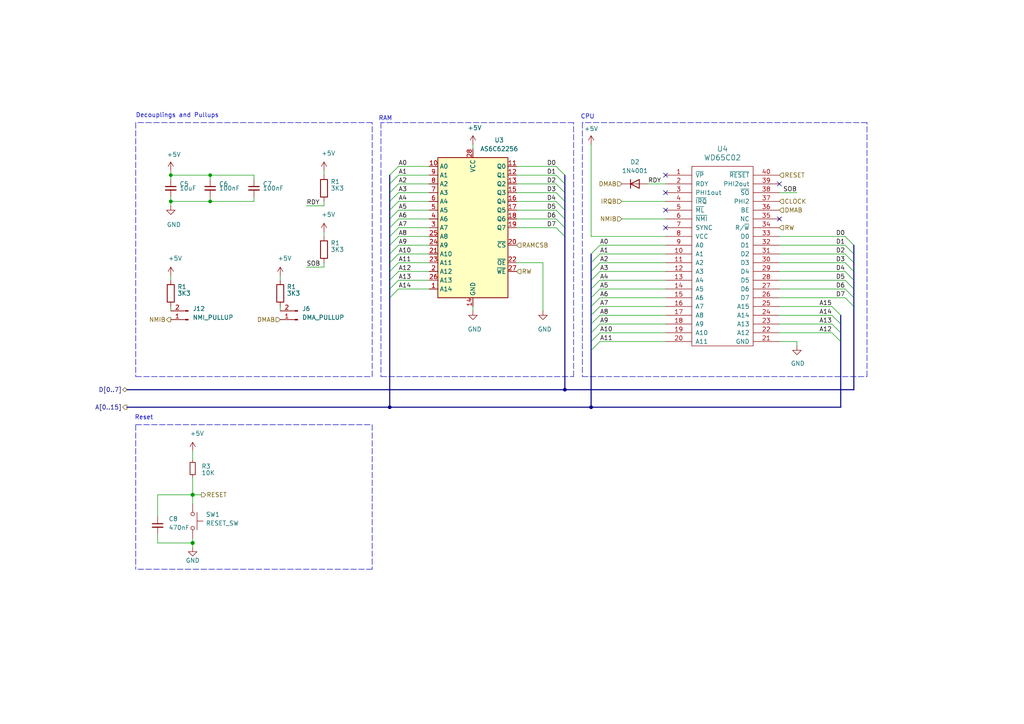
<source format=kicad_sch>
(kicad_sch (version 20230121) (generator eeschema)
  (paper "A4")
  (title_block (title "Miniish") (date "2023-05-19") (rev "v1.3") (company "Romuald Rousseau"))
  (lib_symbols
    (symbol "65xx:WD65C02" (pin_names (offset 1.016))
      (property "Reference" "U" (at 0 -29.21 0))
      (property "Value" "WD65C02" (at 0 -2.54 90))
      (symbol "WD65C02_0_1"
        (rectangle (start -8.89 25.4) (end 8.89 -26.67))
      )
      (symbol "WD65C02_1_1"
        (pin output line (at -16.51 22.86 0) (length 7.62) (name "~{VP}") (number "1"))
        (pin output line (at -16.51 0 0) (length 7.62) (name "A1") (number "10"))
        (pin output line (at -16.51 -2.54 0) (length 7.62) (name "A2") (number "11"))
        (pin output line (at -16.51 -5.08 0) (length 7.62) (name "A3") (number "12"))
        (pin output line (at -16.51 -7.62 0) (length 7.62) (name "A4") (number "13"))
        (pin output line (at -16.51 -10.16 0) (length 7.62) (name "A5") (number "14"))
        (pin output line (at -16.51 -12.7 0) (length 7.62) (name "A6") (number "15"))
        (pin output line (at -16.51 -15.24 0) (length 7.62) (name "A7") (number "16"))
        (pin output line (at -16.51 -17.78 0) (length 7.62) (name "A8") (number "17"))
        (pin output line (at -16.51 -20.32 0) (length 7.62) (name "A9") (number "18"))
        (pin output line (at -16.51 -22.86 0) (length 7.62) (name "A10") (number "19"))
        (pin bidirectional line (at -16.51 20.32 0) (length 7.62) (name "RDY") (number "2"))
        (pin output line (at -16.51 -25.4 0) (length 7.62) (name "A11") (number "20"))
        (pin power_in line (at 16.51 -25.4 180) (length 7.62) (name "GND") (number "21"))
        (pin output line (at 16.51 -22.86 180) (length 7.62) (name "A12") (number "22"))
        (pin output line (at 16.51 -20.32 180) (length 7.62) (name "A13") (number "23"))
        (pin output line (at 16.51 -17.78 180) (length 7.62) (name "A14") (number "24"))
        (pin output line (at 16.51 -15.24 180) (length 7.62) (name "A15") (number "25"))
        (pin tri_state line (at 16.51 -12.7 180) (length 7.62) (name "D7") (number "26"))
        (pin tri_state line (at 16.51 -10.16 180) (length 7.62) (name "D6") (number "27"))
        (pin tri_state line (at 16.51 -7.62 180) (length 7.62) (name "D5") (number "28"))
        (pin tri_state line (at 16.51 -5.08 180) (length 7.62) (name "D4") (number "29"))
        (pin output line (at -16.51 17.78 0) (length 7.62) (name "PHI1out") (number "3"))
        (pin tri_state line (at 16.51 -2.54 180) (length 7.62) (name "D3") (number "30"))
        (pin tri_state line (at 16.51 0 180) (length 7.62) (name "D2") (number "31"))
        (pin tri_state line (at 16.51 2.54 180) (length 7.62) (name "D1") (number "32"))
        (pin tri_state line (at 16.51 5.08 180) (length 7.62) (name "D0") (number "33"))
        (pin output line (at 16.51 7.62 180) (length 7.62) (name "R/~{W}") (number "34"))
        (pin no_connect line (at 16.51 10.16 180) (length 7.62) (name "NC") (number "35"))
        (pin input line (at 16.51 12.7 180) (length 7.62) (name "BE") (number "36"))
        (pin input line (at 16.51 15.24 180) (length 7.62) (name "PHI2") (number "37"))
        (pin output line (at 16.51 17.78 180) (length 7.62) (name "~{SO}") (number "38"))
        (pin output line (at 16.51 20.32 180) (length 7.62) (name "PHI2out") (number "39"))
        (pin input line (at -16.51 15.24 0) (length 7.62) (name "~{IRQ}") (number "4"))
        (pin input line (at 16.51 22.86 180) (length 7.62) (name "~{RESET}") (number "40"))
        (pin output line (at -16.51 12.7 0) (length 7.62) (name "~{ML}") (number "5"))
        (pin input line (at -16.51 10.16 0) (length 7.62) (name "~{NMI}") (number "6"))
        (pin output line (at -16.51 7.62 0) (length 7.62) (name "SYNC") (number "7"))
        (pin power_in line (at -16.51 5.08 0) (length 7.62) (name "VCC") (number "8"))
        (pin output line (at -16.51 2.54 0) (length 7.62) (name "A0") (number "9"))
      )
    )
    (symbol "Connector:Conn_01x02_Pin" (pin_names (offset 1.016) hide)
      (property "Reference" "J" (at 0 2.54 0))
      (property "Value" "Conn_01x02_Pin" (at 0 -5.08 0))
      (symbol "Conn_01x02_Pin_1_1"
        (polyline (pts (xy 1.27 -2.54) (xy 0.8636 -2.54)) (stroke (width 0.1524)))
        (polyline (pts (xy 1.27 0) (xy 0.8636 0)) (stroke (width 0.1524)))
        (rectangle (start 0.8636 -2.413) (end 0 -2.667) (stroke (width 0.1524)) (fill (type outline)))
        (rectangle (start 0.8636 0.127) (end 0 -0.127) (stroke (width 0.1524)) (fill (type outline)))
        (pin passive line (at 5.08 0 180) (length 3.81) (name "Pin_1") (number "1"))
        (pin passive line (at 5.08 -2.54 180) (length 3.81) (name "Pin_2") (number "2"))
      )
    )
    (symbol "Device:C_Small" (pin_numbers hide) (pin_names (offset 0.254) hide)
      (property "Reference" "C" (at 0.254 1.778 0))
      (property "Value" "C_Small" (at 0.254 -2.032 0))
      (symbol "C_Small_0_1"
        (polyline (pts (xy -1.524 -0.508) (xy 1.524 -0.508)) (stroke (width 0.3302)))
        (polyline (pts (xy -1.524 0.508) (xy 1.524 0.508)) (stroke (width 0.3048)))
      )
      (symbol "C_Small_1_1"
        (pin passive line (at 0 2.54 270) (length 2.032) (name "~") (number "1"))
        (pin passive line (at 0 -2.54 90) (length 2.032) (name "~") (number "2"))
      )
    )
    (symbol "Device:R" (pin_numbers hide) (pin_names (offset 0))
      (property "Reference" "R" (at 2.032 0 90))
      (property "Value" "R" (at 0 0 90))
      (symbol "R_0_1"
        (rectangle (start -1.016 -2.54) (end 1.016 2.54) (stroke (width 0.254)))
      )
      (symbol "R_1_1"
        (pin passive line (at 0 3.81 270) (length 1.27) (name "~") (number "1"))
        (pin passive line (at 0 -3.81 90) (length 1.27) (name "~") (number "2"))
      )
    )
    (symbol "Device:R_Small" (pin_numbers hide) (pin_names (offset 0.254) hide)
      (property "Reference" "R" (at 0.762 0.508 0))
      (property "Value" "R_Small" (at 0.762 -1.016 0))
      (symbol "R_Small_0_1"
        (rectangle (start -0.762 1.778) (end 0.762 -1.778) (stroke (width 0.2032)))
      )
      (symbol "R_Small_1_1"
        (pin passive line (at 0 2.54 270) (length 0.762) (name "~") (number "1"))
        (pin passive line (at 0 -2.54 90) (length 0.762) (name "~") (number "2"))
      )
    )
    (symbol "Diode:1N4001" (pin_numbers hide) (pin_names hide)
      (property "Reference" "D" (at 0 2.54 0))
      (property "Value" "1N4001" (at 0 -2.54 0))
      (symbol "1N4001_0_1"
        (polyline (pts (xy -1.27 1.27) (xy -1.27 -1.27)) (stroke (width 0.254)))
        (polyline (pts (xy 1.27 0) (xy -1.27 0)))
        (polyline (pts (xy 1.27 1.27) (xy 1.27 -1.27) (xy -1.27 0) (xy 1.27 1.27)) (stroke (width 0.254)))
      )
      (symbol "1N4001_1_1"
        (pin passive line (at -3.81 0 0) (length 2.54) (name "K") (number "1"))
        (pin passive line (at 3.81 0 180) (length 2.54) (name "A") (number "2"))
      )
    )
    (symbol "Memory_RAM:HM62256BLP"
      (property "Reference" "U" (at -10.16 20.955 0))
      (property "Value" "HM62256BLP" (at 2.54 20.955 0))
      (symbol "HM62256BLP_0_0"
        (pin power_in line (at 0 -22.86 90) (length 2.54) (name "GND") (number "14"))
        (pin power_in line (at 0 22.86 270) (length 2.54) (name "VCC") (number "28"))
      )
      (symbol "HM62256BLP_0_1"
        (rectangle (start -10.16 20.32) (end 10.16 -20.32) (stroke (width 0.254)) (fill (type background)))
      )
      (symbol "HM62256BLP_1_1"
        (pin input line (at -12.7 -17.78 0) (length 2.54) (name "A14") (number "1"))
        (pin input line (at -12.7 17.78 0) (length 2.54) (name "A0") (number "10"))
        (pin tri_state line (at 12.7 17.78 180) (length 2.54) (name "Q0") (number "11"))
        (pin tri_state line (at 12.7 15.24 180) (length 2.54) (name "Q1") (number "12"))
        (pin tri_state line (at 12.7 12.7 180) (length 2.54) (name "Q2") (number "13"))
        (pin tri_state line (at 12.7 10.16 180) (length 2.54) (name "Q3") (number "15"))
        (pin tri_state line (at 12.7 7.62 180) (length 2.54) (name "Q4") (number "16"))
        (pin tri_state line (at 12.7 5.08 180) (length 2.54) (name "Q5") (number "17"))
        (pin tri_state line (at 12.7 2.54 180) (length 2.54) (name "Q6") (number "18"))
        (pin tri_state line (at 12.7 0 180) (length 2.54) (name "Q7") (number "19"))
        (pin input line (at -12.7 -12.7 0) (length 2.54) (name "A12") (number "2"))
        (pin input line (at 12.7 -5.08 180) (length 2.54) (name "~{CS}") (number "20"))
        (pin input line (at -12.7 -7.62 0) (length 2.54) (name "A10") (number "21"))
        (pin input line (at 12.7 -10.16 180) (length 2.54) (name "~{OE}") (number "22"))
        (pin input line (at -12.7 -10.16 0) (length 2.54) (name "A11") (number "23"))
        (pin input line (at -12.7 -5.08 0) (length 2.54) (name "A9") (number "24"))
        (pin input line (at -12.7 -2.54 0) (length 2.54) (name "A8") (number "25"))
        (pin input line (at -12.7 -15.24 0) (length 2.54) (name "A13") (number "26"))
        (pin input line (at 12.7 -12.7 180) (length 2.54) (name "~{WE}") (number "27"))
        (pin input line (at -12.7 0 0) (length 2.54) (name "A7") (number "3"))
        (pin input line (at -12.7 2.54 0) (length 2.54) (name "A6") (number "4"))
        (pin input line (at -12.7 5.08 0) (length 2.54) (name "A5") (number "5"))
        (pin input line (at -12.7 7.62 0) (length 2.54) (name "A4") (number "6"))
        (pin input line (at -12.7 10.16 0) (length 2.54) (name "A3") (number "7"))
        (pin input line (at -12.7 12.7 0) (length 2.54) (name "A2") (number "8"))
        (pin input line (at -12.7 15.24 0) (length 2.54) (name "A1") (number "9"))
      )
    )
    (symbol "Switch:SW_Push" (pin_numbers hide) (pin_names (offset 1.016) hide)
      (property "Reference" "SW" (at 1.27 2.54 0))
      (property "Value" "SW_Push" (at 0 -1.524 0))
      (symbol "SW_Push_0_1"
        (circle (center -2.032 0) (radius 0.508))
        (polyline (pts (xy 0 1.27) (xy 0 3.048)))
        (polyline (pts (xy 2.54 1.27) (xy -2.54 1.27)))
        (circle (center 2.032 0) (radius 0.508))
        (pin passive line (at -5.08 0 0) (length 2.54) (name "1") (number "1"))
        (pin passive line (at 5.08 0 180) (length 2.54) (name "2") (number "2"))
      )
    )
    (symbol "power:+5V" (power) (pin_names (offset 0))
      (property "Value" "+5V" (at 0 3.556 0))
      (symbol "+5V_0_1"
        (polyline (pts (xy -0.762 1.27) (xy 0 2.54)))
        (polyline (pts (xy 0 0) (xy 0 2.54)))
        (polyline (pts (xy 0 2.54) (xy 0.762 1.27)))
      )
      (symbol "+5V_1_1"
        (pin power_in line (at 0 0 90) (length 0) hide (name "+5V") (number "1"))
      )
    )
    (symbol "power:GND" (power) (pin_names (offset 0))
      (property "Value" "GND" (at 0 -3.81 0))
      (symbol "GND_0_1"
        (polyline (pts (xy 0 0) (xy 0 -1.27) (xy 1.27 -1.27) (xy 0 -2.54) (xy -1.27 -1.27) (xy 0 -1.27)))
      )
      (symbol "GND_1_1"
        (pin power_in line (at 0 0 270) (length 0) hide (name "GND") (number "1"))
      )
    )
  )
  (bus_alias "D" (members "D0" "D1" "D2"))
  (bus_alias "A" (members "A0" "A1" "A2" "A3" "A4" "A5" "A6" "A7"))
  (junction (at 55.88 143.51) (diameter 1.016))
  (junction (at 163.83 113.03))
  (junction (at 60.96 50.8))
  (junction (at 49.53 50.8))
  (junction (at 171.45 118.11))
  (junction (at 55.88 157.48) (diameter 1.016))
  (junction (at 113.03 118.11))
  (junction (at 49.53 58.42))
  (junction (at 60.96 58.42))
  (no_connect (at 226.06 63.5))
  (no_connect (at 193.04 55.88))
  (no_connect (at 226.06 53.34))
  (no_connect (at 193.04 50.8))
  (no_connect (at 193.04 66.04))
  (no_connect (at 193.04 60.96))
  (bus_entry (at 245.11 71.12) (size 2.54 2.54) (stroke (width 0.1524)))
  (bus_entry (at 171.45 99.06) (size 2.54 -2.54) (stroke (width 0.1524)))
  (bus_entry (at 161.29 58.42) (size 2.54 2.54) (stroke (width 0.1524)))
  (bus_entry (at 113.03 76.2) (size 2.54 -2.54) (stroke (width 0.1524)))
  (bus_entry (at 241.3 96.52) (size 2.54 2.54) (stroke (width 0.1524)))
  (bus_entry (at 171.45 81.28) (size 2.54 -2.54) (stroke (width 0.1524)))
  (bus_entry (at 245.11 68.58) (size 2.54 2.54) (stroke (width 0.1524)))
  (bus_entry (at 113.03 86.36) (size 2.54 -2.54) (stroke (width 0.1524)))
  (bus_entry (at 113.03 78.74) (size 2.54 -2.54) (stroke (width 0.1524)))
  (bus_entry (at 161.29 53.34) (size 2.54 2.54) (stroke (width 0.1524)))
  (bus_entry (at 113.03 53.34) (size 2.54 -2.54) (stroke (width 0.1524)))
  (bus_entry (at 171.45 88.9) (size 2.54 -2.54) (stroke (width 0.1524)))
  (bus_entry (at 171.45 86.36) (size 2.54 -2.54) (stroke (width 0.1524)))
  (bus_entry (at 171.45 91.44) (size 2.54 -2.54) (stroke (width 0.1524)))
  (bus_entry (at 247.65 78.74) (size -2.54 -2.54) (stroke (width 0.1524)))
  (bus_entry (at 161.29 50.8) (size 2.54 2.54) (stroke (width 0.1524)))
  (bus_entry (at 161.29 66.04) (size 2.54 2.54) (stroke (width 0.1524)))
  (bus_entry (at 113.03 60.96) (size 2.54 -2.54) (stroke (width 0.1524)))
  (bus_entry (at 241.3 88.9) (size 2.54 2.54) (stroke (width 0.1524)))
  (bus_entry (at 247.65 88.9) (size -2.54 -2.54) (stroke (width 0.1524)))
  (bus_entry (at 247.65 76.2) (size -2.54 -2.54) (stroke (width 0.1524)))
  (bus_entry (at 161.29 55.88) (size 2.54 2.54) (stroke (width 0.1524)))
  (bus_entry (at 113.03 81.28) (size 2.54 -2.54) (stroke (width 0.1524)))
  (bus_entry (at 247.65 83.82) (size -2.54 -2.54) (stroke (width 0.1524)))
  (bus_entry (at 113.03 73.66) (size 2.54 -2.54) (stroke (width 0.1524)))
  (bus_entry (at 161.29 60.96) (size 2.54 2.54) (stroke (width 0.1524)))
  (bus_entry (at 171.45 78.74) (size 2.54 -2.54) (stroke (width 0.1524)))
  (bus_entry (at 113.03 63.5) (size 2.54 -2.54) (stroke (width 0.1524)))
  (bus_entry (at 241.3 91.44) (size 2.54 2.54) (stroke (width 0.1524)))
  (bus_entry (at 113.03 83.82) (size 2.54 -2.54) (stroke (width 0.1524)))
  (bus_entry (at 171.45 93.98) (size 2.54 -2.54) (stroke (width 0.1524)))
  (bus_entry (at 171.45 76.2) (size 2.54 -2.54) (stroke (width 0.1524)))
  (bus_entry (at 113.03 55.88) (size 2.54 -2.54) (stroke (width 0.1524)))
  (bus_entry (at 113.03 66.04) (size 2.54 -2.54) (stroke (width 0.1524)))
  (bus_entry (at 113.03 58.42) (size 2.54 -2.54) (stroke (width 0.1524)))
  (bus_entry (at 171.45 73.66) (size 2.54 -2.54) (stroke (width 0.1524)))
  (bus_entry (at 113.03 50.8) (size 2.54 -2.54) (stroke (width 0.1524)))
  (bus_entry (at 161.29 63.5) (size 2.54 2.54) (stroke (width 0.1524)))
  (bus_entry (at 171.45 96.52) (size 2.54 -2.54) (stroke (width 0.1524)))
  (bus_entry (at 113.03 68.58) (size 2.54 -2.54) (stroke (width 0.1524)))
  (bus_entry (at 171.45 101.6) (size 2.54 -2.54) (stroke (width 0.1524)))
  (bus_entry (at 241.3 93.98) (size 2.54 2.54) (stroke (width 0.1524)))
  (bus_entry (at 171.45 83.82) (size 2.54 -2.54) (stroke (width 0.1524)))
  (bus_entry (at 161.29 48.26) (size 2.54 2.54) (stroke (width 0.1524)))
  (bus_entry (at 247.65 86.36) (size -2.54 -2.54) (stroke (width 0.1524)))
  (bus_entry (at 113.03 71.12) (size 2.54 -2.54) (stroke (width 0.1524)))
  (bus_entry (at 247.65 81.28) (size -2.54 -2.54) (stroke (width 0.1524)))
  (wire (pts (xy 173.99 71.12) (xy 193.04 71.12)))
  (bus (pts (xy 171.45 91.44) (xy 171.45 93.98)))
  (wire (pts (xy 60.96 58.42) (xy 73.66 58.42)))
  (bus (pts (xy 247.65 88.9) (xy 247.65 113.03)))
  (wire (pts (xy 226.06 76.2) (xy 245.11 76.2)))
  (wire (pts (xy 231.14 99.06) (xy 226.06 99.06)))
  (wire (pts (xy 55.88 143.51) (xy 55.88 146.05)))
  (wire (pts (xy 49.53 58.42) (xy 49.53 59.69)))
  (wire (pts (xy 137.16 88.9) (xy 137.16 90.17)))
  (wire (pts (xy 49.53 57.15) (xy 49.53 58.42)))
  (wire (pts (xy 55.88 157.48) (xy 55.88 158.75)))
  (wire (pts (xy 149.86 63.5) (xy 161.29 63.5)))
  (wire (pts (xy 115.57 50.8) (xy 124.46 50.8)))
  (bus (pts (xy 113.03 71.12) (xy 113.03 73.66)))
  (wire (pts (xy 149.86 60.96) (xy 161.29 60.96)))
  (wire (pts (xy 45.72 143.51) (xy 45.72 149.86)))
  (bus (pts (xy 113.03 53.34) (xy 113.03 55.88)))
  (wire (pts (xy 115.57 48.26) (xy 124.46 48.26)))
  (bus (pts (xy 113.03 68.58) (xy 113.03 71.12)))
  (wire (pts (xy 171.45 41.91) (xy 171.45 68.58)))
  (wire (pts (xy 149.86 53.34) (xy 161.29 53.34)))
  (wire (pts (xy 226.06 73.66) (xy 245.11 73.66)))
  (wire (pts (xy 193.04 68.58) (xy 171.45 68.58)))
  (wire (pts (xy 226.06 93.98) (xy 241.3 93.98)))
  (polyline (pts (xy 39.37 109.22) (xy 107.95 109.22)) (stroke (width 0) (type dash)))
  (polyline (pts (xy 168.91 109.22) (xy 251.46 109.22)) (stroke (width 0) (type dash)))
  (wire (pts (xy 157.48 90.17) (xy 157.48 76.2)))
  (bus (pts (xy 113.03 76.2) (xy 113.03 78.74)))
  (wire (pts (xy 49.53 80.01) (xy 49.53 81.28)))
  (bus (pts (xy 247.65 113.03) (xy 163.83 113.03)))
  (wire (pts (xy 93.98 77.47) (xy 93.98 76.2)))
  (wire (pts (xy 173.99 99.06) (xy 193.04 99.06)))
  (bus (pts (xy 171.45 78.74) (xy 171.45 81.28)))
  (wire (pts (xy 226.06 86.36) (xy 245.11 86.36)))
  (wire (pts (xy 115.57 71.12) (xy 124.46 71.12)))
  (wire (pts (xy 187.96 53.34) (xy 193.04 53.34)))
  (wire (pts (xy 55.88 143.51) (xy 45.72 143.51)))
  (wire (pts (xy 173.99 91.44) (xy 193.04 91.44)))
  (wire (pts (xy 173.99 93.98) (xy 193.04 93.98)))
  (wire (pts (xy 226.06 91.44) (xy 241.3 91.44)))
  (bus (pts (xy 163.83 50.8) (xy 163.83 53.34)))
  (wire (pts (xy 173.99 76.2) (xy 193.04 76.2)))
  (wire (pts (xy 115.57 76.2) (xy 124.46 76.2)))
  (wire (pts (xy 226.06 88.9) (xy 241.3 88.9)))
  (wire (pts (xy 73.66 50.8) (xy 73.66 52.07)))
  (wire (pts (xy 93.98 49.53) (xy 93.98 50.8)))
  (wire (pts (xy 45.72 157.48) (xy 55.88 157.48)))
  (bus (pts (xy 113.03 83.82) (xy 113.03 86.36)))
  (bus (pts (xy 113.03 73.66) (xy 113.03 76.2)))
  (polyline (pts (xy 166.37 109.22) (xy 166.37 35.56)) (stroke (width 0) (type dash)))
  (wire (pts (xy 81.28 88.9) (xy 81.28 90.17)))
  (bus (pts (xy 113.03 58.42) (xy 113.03 60.96)))
  (bus (pts (xy 36.83 113.03) (xy 163.83 113.03)))
  (bus (pts (xy 247.65 81.28) (xy 247.65 83.82)))
  (bus (pts (xy 243.84 93.98) (xy 243.84 96.52)))
  (bus (pts (xy 36.83 118.11) (xy 113.03 118.11)))
  (bus (pts (xy 171.45 83.82) (xy 171.45 86.36)))
  (wire (pts (xy 149.86 58.42) (xy 161.29 58.42)))
  (wire (pts (xy 115.57 55.88) (xy 124.46 55.88)))
  (bus (pts (xy 243.84 96.52) (xy 243.84 99.06)))
  (wire (pts (xy 173.99 83.82) (xy 193.04 83.82)))
  (bus (pts (xy 113.03 50.8) (xy 113.03 53.34)))
  (bus (pts (xy 243.84 99.06) (xy 243.84 118.11)))
  (bus (pts (xy 247.65 71.12) (xy 247.65 73.66)))
  (wire (pts (xy 226.06 55.88) (xy 231.14 55.88)))
  (polyline (pts (xy 39.37 35.56) (xy 39.37 109.22)) (stroke (width 0) (type dash)))
  (wire (pts (xy 55.88 143.51) (xy 58.42 143.51)))
  (polyline (pts (xy 251.46 35.56) (xy 168.91 35.56)) (stroke (width 0) (type dash)))
  (wire (pts (xy 45.72 154.94) (xy 45.72 157.48)))
  (wire (pts (xy 60.96 57.15) (xy 60.96 58.42)))
  (bus (pts (xy 163.83 55.88) (xy 163.83 58.42)))
  (wire (pts (xy 115.57 78.74) (xy 124.46 78.74)))
  (bus (pts (xy 171.45 76.2) (xy 171.45 78.74)))
  (bus (pts (xy 113.03 66.04) (xy 113.03 68.58)))
  (bus (pts (xy 171.45 73.66) (xy 171.45 76.2)))
  (wire (pts (xy 180.34 58.42) (xy 193.04 58.42)))
  (wire (pts (xy 137.16 41.91) (xy 137.16 43.18)))
  (wire (pts (xy 173.99 78.74) (xy 193.04 78.74)))
  (bus (pts (xy 171.45 86.36) (xy 171.45 88.9)))
  (wire (pts (xy 115.57 83.82) (xy 124.46 83.82)))
  (wire (pts (xy 149.86 55.88) (xy 161.29 55.88)))
  (wire (pts (xy 49.53 88.9) (xy 49.53 90.17)))
  (polyline (pts (xy 166.37 35.56) (xy 110.49 35.56)) (stroke (width 0) (type dash)))
  (wire (pts (xy 226.06 68.58) (xy 245.11 68.58)))
  (wire (pts (xy 115.57 73.66) (xy 124.46 73.66)))
  (bus (pts (xy 171.45 81.28) (xy 171.45 83.82)))
  (wire (pts (xy 93.98 67.31) (xy 93.98 68.58)))
  (bus (pts (xy 171.45 88.9) (xy 171.45 91.44)))
  (wire (pts (xy 115.57 60.96) (xy 124.46 60.96)))
  (wire (pts (xy 173.99 81.28) (xy 193.04 81.28)))
  (bus (pts (xy 171.45 96.52) (xy 171.45 99.06)))
  (bus (pts (xy 113.03 78.74) (xy 113.03 81.28)))
  (bus (pts (xy 113.03 86.36) (xy 113.03 118.11)))
  (polyline (pts (xy 107.95 109.22) (xy 107.95 35.56)) (stroke (width 0) (type dash)))
  (wire (pts (xy 226.06 71.12) (xy 245.11 71.12)))
  (bus (pts (xy 171.45 101.6) (xy 171.45 118.11)))
  (polyline (pts (xy 110.49 109.22) (xy 166.37 109.22)) (stroke (width 0) (type dash)))
  (wire (pts (xy 73.66 58.42) (xy 73.66 57.15)))
  (wire (pts (xy 149.86 48.26) (xy 161.29 48.26)))
  (bus (pts (xy 163.83 58.42) (xy 163.83 60.96)))
  (bus (pts (xy 247.65 78.74) (xy 247.65 81.28)))
  (wire (pts (xy 115.57 66.04) (xy 124.46 66.04)))
  (wire (pts (xy 173.99 96.52) (xy 193.04 96.52)))
  (wire (pts (xy 55.88 130.81) (xy 55.88 133.35)))
  (wire (pts (xy 226.06 96.52) (xy 241.3 96.52)))
  (bus (pts (xy 171.45 93.98) (xy 171.45 96.52)))
  (bus (pts (xy 171.45 118.11) (xy 243.84 118.11)))
  (wire (pts (xy 149.86 76.2) (xy 157.48 76.2)))
  (bus (pts (xy 163.83 63.5) (xy 163.83 66.04)))
  (wire (pts (xy 93.98 59.69) (xy 93.98 58.42)))
  (wire (pts (xy 115.57 81.28) (xy 124.46 81.28)))
  (polyline (pts (xy 107.95 165.1) (xy 39.37 165.1)) (stroke (width 0) (type dash)))
  (wire (pts (xy 55.88 156.21) (xy 55.88 157.48)))
  (polyline (pts (xy 251.46 109.22) (xy 251.46 35.56)) (stroke (width 0) (type dash)))
  (bus (pts (xy 171.45 99.06) (xy 171.45 101.6)))
  (wire (pts (xy 226.06 78.74) (xy 245.11 78.74)))
  (wire (pts (xy 115.57 53.34) (xy 124.46 53.34)))
  (wire (pts (xy 149.86 50.8) (xy 161.29 50.8)))
  (wire (pts (xy 49.53 49.53) (xy 49.53 50.8)))
  (wire (pts (xy 60.96 50.8) (xy 73.66 50.8)))
  (polyline (pts (xy 39.37 123.19) (xy 107.95 123.19)) (stroke (width 0) (type dash)))
  (bus (pts (xy 113.03 55.88) (xy 113.03 58.42)))
  (bus (pts (xy 163.83 60.96) (xy 163.83 63.5)))
  (wire (pts (xy 180.34 63.5) (xy 193.04 63.5)))
  (wire (pts (xy 60.96 50.8) (xy 60.96 52.07)))
  (wire (pts (xy 226.06 81.28) (xy 245.11 81.28)))
  (bus (pts (xy 247.65 83.82) (xy 247.65 86.36)))
  (polyline (pts (xy 39.37 123.19) (xy 39.37 165.1)) (stroke (width 0) (type dash)))
  (bus (pts (xy 163.83 68.58) (xy 163.83 113.03)))
  (wire (pts (xy 49.53 50.8) (xy 49.53 52.07)))
  (bus (pts (xy 113.03 63.5) (xy 113.03 66.04)))
  (bus (pts (xy 247.65 86.36) (xy 247.65 88.9)))
  (polyline (pts (xy 107.95 123.19) (xy 107.95 165.1)) (stroke (width 0) (type dash)))
  (bus (pts (xy 247.65 76.2) (xy 247.65 78.74)))
  (polyline (pts (xy 110.49 35.56) (xy 110.49 109.22)) (stroke (width 0) (type dash)))
  (wire (pts (xy 173.99 86.36) (xy 193.04 86.36)))
  (wire (pts (xy 173.99 73.66) (xy 193.04 73.66)))
  (wire (pts (xy 231.14 99.06) (xy 231.14 100.33)))
  (bus (pts (xy 113.03 81.28) (xy 113.03 83.82)))
  (wire (pts (xy 115.57 58.42) (xy 124.46 58.42)))
  (wire (pts (xy 115.57 63.5) (xy 124.46 63.5)))
  (wire (pts (xy 149.86 66.04) (xy 161.29 66.04)))
  (bus (pts (xy 247.65 73.66) (xy 247.65 76.2)))
  (wire (pts (xy 55.88 138.43) (xy 55.88 143.51)))
  (wire (pts (xy 88.9 59.69) (xy 93.98 59.69)))
  (wire (pts (xy 81.28 80.01) (xy 81.28 81.28)))
  (wire (pts (xy 49.53 58.42) (xy 60.96 58.42)))
  (bus (pts (xy 243.84 91.44) (xy 243.84 93.98)))
  (wire (pts (xy 173.99 88.9) (xy 193.04 88.9)))
  (bus (pts (xy 113.03 60.96) (xy 113.03 63.5)))
  (polyline (pts (xy 168.91 35.56) (xy 168.91 109.22)) (stroke (width 0) (type dash)))
  (polyline (pts (xy 107.95 35.56) (xy 39.37 35.56)) (stroke (width 0) (type dash)))
  (bus (pts (xy 113.03 118.11) (xy 171.45 118.11)))
  (bus (pts (xy 163.83 53.34) (xy 163.83 55.88)))
  (wire (pts (xy 88.9 77.47) (xy 93.98 77.47)))
  (wire (pts (xy 49.53 50.8) (xy 60.96 50.8)))
  (wire (pts (xy 115.57 68.58) (xy 124.46 68.58)))
  (bus (pts (xy 163.83 66.04) (xy 163.83 68.58)))
  (wire (pts (xy 226.06 83.82) (xy 245.11 83.82)))
  (text "CPU" (at 172.466 34.671 0) (effects (font (size 1.27 1.27)) (justify right bottom)))
  (text "Reset" (at 44.45 121.92 0) (effects (font (size 1.27 1.27)) (justify right bottom)))
  (text "RAM" (at 113.792 35.179 0) (effects (font (size 1.27 1.27)) (justify right bottom)))
  (text "Decouplings and Pullups" (at 63.5 34.29 0) (effects (font (size 1.27 1.27)) (justify right bottom)))
  (label "D3" (at 245.11 76.2 180))
  (label "A5" (at 115.57 60.96 0))
  (label "A13" (at 115.57 81.28 0))
  (label "A2" (at 173.99 76.2 0))
  (label "D2" (at 161.29 53.34 180))
  (label "D1" (at 161.29 50.8 180))
  (label "A6" (at 173.99 86.36 0))
  (label "SOB" (at 88.9 77.47 0))
  (label "A0" (at 173.99 71.12 0))
  (label "D4" (at 245.11 78.74 180))
  (label "A10" (at 115.57 73.66 0))
  (label "A11" (at 173.99 99.06 0))
  (label "D5" (at 161.29 60.96 180))
  (label "D7" (at 161.29 66.04 180))
  (label "D0" (at 161.29 48.26 180))
  (label "D2" (at 245.11 73.66 180))
  (label "D6" (at 161.29 63.5 180))
  (label "A11" (at 115.57 76.2 0))
  (label "SOB" (at 231.14 55.88 180))
  (label "A8" (at 115.57 68.58 0))
  (label "A3" (at 115.57 55.88 0))
  (label "A12" (at 115.57 78.74 0))
  (label "A2" (at 115.57 53.34 0))
  (label "D7" (at 245.11 86.36 180))
  (label "D0" (at 245.11 68.58 180))
  (label "A6" (at 115.57 63.5 0))
  (label "A14" (at 241.3 91.44 180))
  (label "A13" (at 241.3 93.98 180))
  (label "A7" (at 115.57 66.04 0))
  (label "A9" (at 115.57 71.12 0))
  (label "A14" (at 115.57 83.82 0))
  (label "D6" (at 245.11 83.82 180))
  (label "A12" (at 241.3 96.52 180))
  (label "D5" (at 245.11 81.28 180))
  (label "A3" (at 173.99 78.74 0))
  (label "A9" (at 173.99 93.98 0))
  (label "A5" (at 173.99 83.82 0))
  (label "RDY" (at 187.96 53.34 0))
  (label "A0" (at 115.57 48.26 0))
  (label "A4" (at 115.57 58.42 0))
  (label "D1" (at 245.11 71.12 180))
  (label "A8" (at 173.99 91.44 0))
  (label "A1" (at 173.99 73.66 0))
  (label "D3" (at 161.29 55.88 180))
  (label "D4" (at 161.29 58.42 180))
  (label "A4" (at 173.99 81.28 0))
  (label "A10" (at 173.99 96.52 0))
  (label "RDY" (at 88.9 59.69 0))
  (label "A15" (at 241.3 88.9 180))
  (label "A7" (at 173.99 88.9 0))
  (label "A1" (at 115.57 50.8 0))
  (hierarchical_label "D[0..7]" (shape bidirectional) (at 36.83 113.03 180))
  (hierarchical_label "DMAB" (shape input) (at 226.06 60.96 0))
  (hierarchical_label "RESET" (shape input) (at 226.06 50.8 0))
  (hierarchical_label "RESET" (shape output) (at 58.42 143.51 0))
  (hierarchical_label "DMAB" (shape input) (at 81.28 92.71 180))
  (hierarchical_label "RW" (shape input) (at 149.86 78.74 0))
  (hierarchical_label "RW" (shape input) (at 226.06 66.04 0))
  (hierarchical_label "RAMCSB" (shape input) (at 149.86 71.12 0))
  (hierarchical_label "NMIB" (shape input) (at 180.34 63.5 180))
  (hierarchical_label "DMAB" (shape input) (at 180.34 53.34 180))
  (hierarchical_label "CLOCK" (shape input) (at 226.06 58.42 0))
  (hierarchical_label "A[0..15]" (shape output) (at 36.83 118.11 180))
  (hierarchical_label "NMIB" (shape output) (at 49.53 92.71 180))
  (hierarchical_label "IRQB" (shape input) (at 180.34 58.42 180))
  (symbol (lib_id "power:GND") (at 231.14 100.33 0) (unit 1)
    (property "Reference" "#PWR025" (effects hide))
    (property "Value" "GND" (at 231.394 105.41 0))
  )
  (symbol (lib_id "power:+5V") (at 93.98 49.53 0) (unit 1)
    (property "Reference" "#PWR0106" (effects hide))
    (property "Value" "+5V" (at 95.25 44.45 0))
    (instances (project "MotherBoard" (path "" (reference "#PWR0106") (unit 1)) (path "" (reference "#PWR034") (unit 1)) (path "" (reference "#PWR066") (unit 1))))
  )
  (symbol (lib_id "Device:C_Small") (at 45.72 152.4 0) (unit 1)
    (property "Reference" "C8" (at 48.895 150.495 0) (effects (justify left)))
    (property "Value" "470nF" (at 48.895 153.035 0) (effects (justify left)))
    (property "Footprint" "Capacitor_THT:C_Disc_D5.0mm_W2.5mm_P5.00mm" (effects hide))
    (instances (project "MotherBoard" (path "" (reference "C8") (unit 1)) (path "" (reference "C4") (unit 1))))
  )
  (symbol (lib_id "power:+5V") (at 137.16 41.91 0) (unit 1)
    (property "Reference" "#PWR021" (effects hide))
    (property "Value" "+5V" (at 137.668 37.084 0))
  )
  (symbol (lib_id "Device:R") (at 49.53 85.09 180) (unit 1)
    (property "Reference" "R1" (at 51.435 83.185 0) (effects (justify right)))
    (property "Value" "3K3" (at 51.435 85.09 0) (effects (justify right)))
    (property "Footprint" "Resistor_THT:R_Axial_DIN0207_L6.3mm_D2.5mm_P10.16mm_Horizontal" (effects hide))
    (instances (project "MotherBoard" (path "" (reference "R1") (unit 1)) (path "" (reference "R6") (unit 1)) (path "" (reference "R2") (unit 1))))
  )
  (symbol (lib_id "power:+5V") (at 81.28 80.01 0) (unit 1)
    (property "Reference" "#PWR0106" (effects hide))
    (property "Value" "+5V" (at 82.55 74.93 0))
    (instances (project "MotherBoard" (path "" (reference "#PWR0106") (unit 1)) (path "" (reference "#PWR034") (unit 1)) (path "" (reference "#PWR020") (unit 1))))
  )
  (symbol (lib_id "Device:C_Small") (at 73.66 54.61 0) (unit 1)
    (property "Reference" "C7" (at 76.2 53.34 0) (effects (justify left)))
    (property "Value" "100nF" (at 76.2 54.61 0) (effects (justify left)))
    (property "Footprint" "Capacitor_THT:C_Disc_D5.0mm_W2.5mm_P2.50mm" (effects hide))
  )
  (symbol (lib_id "Device:R") (at 93.98 54.61 180) (unit 1)
    (property "Reference" "R1" (at 95.885 52.705 0) (effects (justify right)))
    (property "Value" "3K3" (at 95.885 54.61 0) (effects (justify right)))
    (property "Footprint" "Resistor_THT:R_Axial_DIN0207_L6.3mm_D2.5mm_P10.16mm_Horizontal" (effects hide))
    (instances (project "MotherBoard" (path "" (reference "R1") (unit 1)) (path "" (reference "R6") (unit 1)) (path "" (reference "R11") (unit 1))))
  )
  (symbol (lib_id "power:+5V") (at 49.53 80.01 0) (unit 1)
    (property "Reference" "#PWR0106" (effects hide))
    (property "Value" "+5V" (at 50.8 74.93 0))
    (instances (project "MotherBoard" (path "" (reference "#PWR0106") (unit 1)) (path "" (reference "#PWR034") (unit 1)) (path "" (reference "#PWR017") (unit 1))))
  )
  (symbol (lib_id "Memory_RAM:HM62256BLP") (at 137.16 66.04 0) (unit 1)
    (property "Reference" "U3" (at 144.78 40.64 0))
    (property "Value" "AS6C62256" (at 144.78 43.18 0))
    (property "Footprint" "Package_DIP:DIP-28_W15.24mm" (effects hide))
    (property "Datasheet" "https://web.mit.edu/6.115/www/document/62256.pdf" (effects hide))
  )
  (symbol (lib_id "Connector:Conn_01x02_Pin") (at 54.61 92.71 180) (unit 1)
    (property "Reference" "J12" (at 55.88 89.535 0) (effects (justify right)))
    (property "Value" "NMI_PULLUP" (at 55.88 92.075 0) (effects (justify right)))
    (property "Footprint" "Connector_PinHeader_2.54mm:PinHeader_1x02_P2.54mm_Vertical" (effects hide))
    (instances (project "MotherBoard" (path "" (reference "J12") (unit 1)) (path "" (reference "J4") (unit 1)) (path "" (reference "J5") (unit 1))))
  )
  (symbol (lib_id "power:GND") (at 157.48 90.17 0) (unit 1)
    (property "Reference" "#PWR023" (effects hide))
    (property "Value" "GND" (at 157.988 95.504 0))
  )
  (symbol (lib_id "power:GND") (at 49.53 59.69 0) (unit 1)
    (property "Reference" "#PWR016" (effects hide))
    (property "Value" "GND" (at 50.419 65.151 0))
  )
  (symbol (lib_id "65xx:WD65C02") (at 209.55 73.66 0) (unit 1)
    (property "Reference" "U4" (at 209.55 43.18 0) (effects (font (size 1.524 1.524))))
    (property "Value" "WD65C02" (at 209.55 45.72 0) (effects (font (size 1.524 1.524))))
    (property "Footprint" "Package_DIP:DIP-40_W15.24mm" (effects hide))
  )
  (symbol (lib_id "Device:R_Small") (at 55.88 135.89 0) (unit 1)
    (property "Reference" "R3" (at 58.42 135.255 0) (effects (justify left)))
    (property "Value" "10K" (at 58.42 137.16 0) (effects (justify left)))
    (property "Footprint" "Resistor_THT:R_Axial_DIN0207_L6.3mm_D2.5mm_P10.16mm_Horizontal" (effects hide))
  )
  (symbol (lib_id "Switch:SW_Push") (at 55.88 151.13 270) (unit 1)
    (property "Reference" "SW1" (at 59.69 149.225 90) (effects (justify left)))
    (property "Value" "RESET_SW" (at 59.69 151.765 90) (effects (justify left)))
    (property "Footprint" "Button_Switch_THT:SW_Tactile_SPST_Angled_PTS645Vx83-2LFS" (effects hide))
    (instances (project "MotherBoard" (path "" (reference "SW1") (unit 1)) (path "" (reference "SW3") (unit 1))))
  )
  (symbol (lib_id "power:+5V") (at 171.45 41.91 0) (unit 1)
    (property "Reference" "#PWR024" (effects hide))
    (property "Value" "+5V" (at 171.45 37.338 0))
  )
  (symbol (lib_id "power:+5V") (at 93.98 67.31 0) (unit 1)
    (property "Reference" "#PWR0106" (effects hide))
    (property "Value" "+5V" (at 95.25 62.23 0))
    (instances (project "MotherBoard" (path "" (reference "#PWR0106") (unit 1)) (path "" (reference "#PWR034") (unit 1)) (path "" (reference "#PWR067") (unit 1))))
  )
  (symbol (lib_id "Device:R") (at 81.28 85.09 180) (unit 1)
    (property "Reference" "R1" (at 83.185 83.185 0) (effects (justify right)))
    (property "Value" "3K3" (at 83.185 85.09 0) (effects (justify right)))
    (property "Footprint" "Resistor_THT:R_Axial_DIN0207_L6.3mm_D2.5mm_P10.16mm_Horizontal" (effects hide))
    (instances (project "MotherBoard" (path "" (reference "R1") (unit 1)) (path "" (reference "R6") (unit 1)) (path "" (reference "R4") (unit 1))))
  )
  (symbol (lib_id "Diode:1N4001") (at 184.15 53.34 0) (unit 1)
    (property "Reference" "D2" (at 184.15 46.99 0))
    (property "Value" "1N4001" (at 184.15 49.53 0))
    (property "Footprint" "Diode_THT:D_DO-41_SOD81_P10.16mm_Horizontal" (effects hide))
    (property "Datasheet" "http://www.vishay.com/docs/88503/1n4001.pdf" (effects hide))
    (property "Sim.Device" "D" (effects hide))
    (property "Sim.Pins" "1=K 2=A" (effects hide))
  )
  (symbol (lib_id "Connector:Conn_01x02_Pin") (at 86.36 92.71 180) (unit 1)
    (property "Reference" "J6" (at 87.63 89.535 0) (effects (justify right)))
    (property "Value" "DMA_PULLUP" (at 87.63 92.075 0) (effects (justify right)))
    (property "Footprint" "Connector_PinHeader_2.54mm:PinHeader_1x02_P2.54mm_Vertical" (effects hide))
  )
  (symbol (lib_id "Device:R") (at 93.98 72.39 180) (unit 1)
    (property "Reference" "R1" (at 95.885 70.485 0) (effects (justify right)))
    (property "Value" "3K3" (at 95.885 72.39 0) (effects (justify right)))
    (property "Footprint" "Resistor_THT:R_Axial_DIN0207_L6.3mm_D2.5mm_P10.16mm_Horizontal" (effects hide))
    (instances (project "MotherBoard" (path "" (reference "R1") (unit 1)) (path "" (reference "R6") (unit 1)) (path "" (reference "R12") (unit 1))))
  )
  (symbol (lib_id "power:+5V") (at 49.53 49.53 0) (unit 1)
    (property "Reference" "#PWR015" (effects hide))
    (property "Value" "+5V" (at 50.419 44.831 0))
  )
  (symbol (lib_id "Device:C_Small") (at 60.96 54.61 0) (unit 1)
    (property "Reference" "C6" (at 63.5 53.34 0) (effects (justify left)))
    (property "Value" "100nF" (at 63.5 54.61 0) (effects (justify left)))
    (property "Footprint" "Capacitor_THT:C_Disc_D5.0mm_W2.5mm_P2.50mm" (effects hide))
  )
  (symbol (lib_id "power:+5V") (at 55.88 130.81 0) (unit 1)
    (property "Reference" "#PWR0116" (effects hide))
    (property "Value" "+5V" (at 57.15 125.73 0))
    (instances (project "MotherBoard" (path "" (reference "#PWR0116") (unit 1)) (path "" (reference "#PWR018") (unit 1))))
  )
  (symbol (lib_id "power:GND") (at 137.16 90.17 0) (unit 1)
    (property "Reference" "#PWR022" (effects hide))
    (property "Value" "GND" (at 137.668 95.504 0))
  )
  (symbol (lib_id "Device:C_Small") (at 49.53 54.61 0) (unit 1)
    (property "Reference" "C5" (at 52.07 53.34 0) (effects (justify left)))
    (property "Value" "10uF" (at 52.07 54.61 0) (effects (justify left)))
    (property "Footprint" "Capacitor_THT:C_Radial_D5.0mm_H11.0mm_P2.00mm" (effects hide))
  )
  (symbol (lib_id "power:GND") (at 55.88 158.75 0) (unit 1)
    (property "Reference" "#PWR0117" (effects hide))
    (property "Value" "GND" (at 55.88 162.56 0))
    (instances (project "MotherBoard" (path "" (reference "#PWR0117") (unit 1)) (path "" (reference "#PWR019") (unit 1))))
  )
)
</source>
